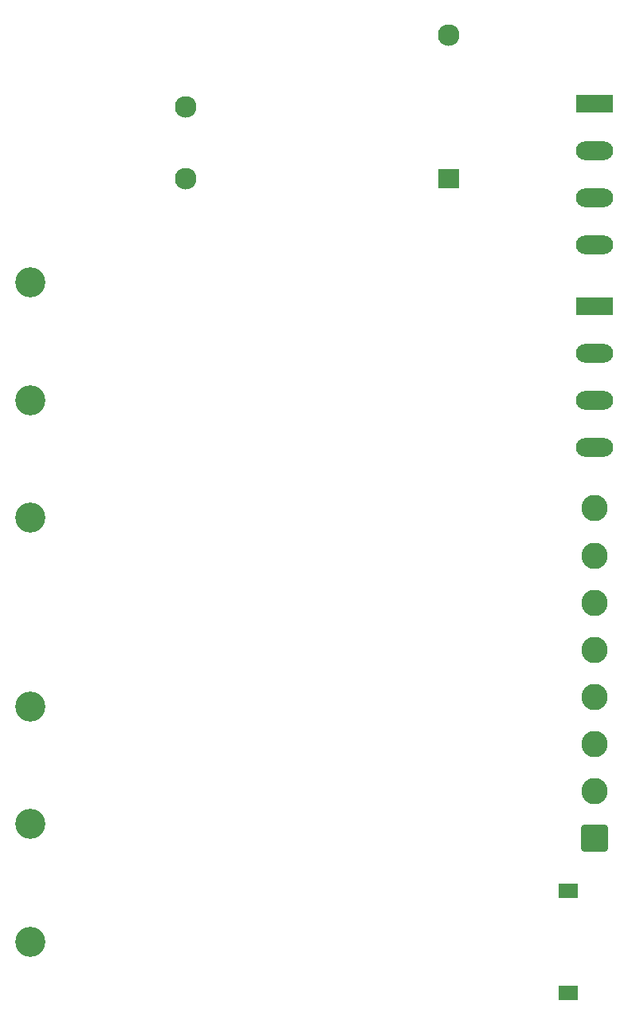
<source format=gbr>
%TF.GenerationSoftware,KiCad,Pcbnew,8.0.8*%
%TF.CreationDate,2025-02-08T14:15:15-05:00*%
%TF.ProjectId,Project_PCB_Subsystem,50726f6a-6563-4745-9f50-43425f537562,rev?*%
%TF.SameCoordinates,Original*%
%TF.FileFunction,Soldermask,Bot*%
%TF.FilePolarity,Negative*%
%FSLAX46Y46*%
G04 Gerber Fmt 4.6, Leading zero omitted, Abs format (unit mm)*
G04 Created by KiCad (PCBNEW 8.0.8) date 2025-02-08 14:15:15*
%MOMM*%
%LPD*%
G01*
G04 APERTURE LIST*
G04 Aperture macros list*
%AMRoundRect*
0 Rectangle with rounded corners*
0 $1 Rounding radius*
0 $2 $3 $4 $5 $6 $7 $8 $9 X,Y pos of 4 corners*
0 Add a 4 corners polygon primitive as box body*
4,1,4,$2,$3,$4,$5,$6,$7,$8,$9,$2,$3,0*
0 Add four circle primitives for the rounded corners*
1,1,$1+$1,$2,$3*
1,1,$1+$1,$4,$5*
1,1,$1+$1,$6,$7*
1,1,$1+$1,$8,$9*
0 Add four rect primitives between the rounded corners*
20,1,$1+$1,$2,$3,$4,$5,0*
20,1,$1+$1,$4,$5,$6,$7,0*
20,1,$1+$1,$6,$7,$8,$9,0*
20,1,$1+$1,$8,$9,$2,$3,0*%
G04 Aperture macros list end*
%ADD10RoundRect,0.250001X1.149999X-1.149999X1.149999X1.149999X-1.149999X1.149999X-1.149999X-1.149999X0*%
%ADD11C,2.800000*%
%ADD12R,3.960000X1.980000*%
%ADD13O,3.960000X1.980000*%
%ADD14R,2.300000X2.000000*%
%ADD15C,2.300000*%
%ADD16C,3.200000*%
%ADD17R,2.000000X1.500000*%
G04 APERTURE END LIST*
D10*
%TO.C,KS1*%
X199000000Y-119000000D03*
D11*
X199000000Y-114000000D03*
X199000000Y-109000000D03*
X199000000Y-104000000D03*
X199000000Y-99000000D03*
X199000000Y-94000000D03*
X199000000Y-89000000D03*
X199000000Y-84000000D03*
%TD*%
D12*
%TO.C,LS1*%
X199000000Y-41000000D03*
D13*
X199000000Y-46000000D03*
X199000000Y-51000000D03*
X199000000Y-56000000D03*
%TD*%
D14*
%TO.C,PS1*%
X183500000Y-48982500D03*
D15*
X183500000Y-33782500D03*
X155500000Y-48982500D03*
X155500000Y-41382500D03*
%TD*%
D12*
%TO.C,US1*%
X199000000Y-62500000D03*
D13*
X199000000Y-67500000D03*
X199000000Y-72500000D03*
X199000000Y-77500000D03*
%TD*%
D16*
%TO.C,MS2*%
X139000000Y-85000000D03*
X139000000Y-72500000D03*
X139000000Y-60000000D03*
%TD*%
%TO.C,MS1*%
X139000000Y-130000000D03*
X139000000Y-117500000D03*
X139000000Y-105000000D03*
%TD*%
D17*
%TO.C,SPK1*%
X196200000Y-135400000D03*
X196200000Y-124600000D03*
%TD*%
M02*

</source>
